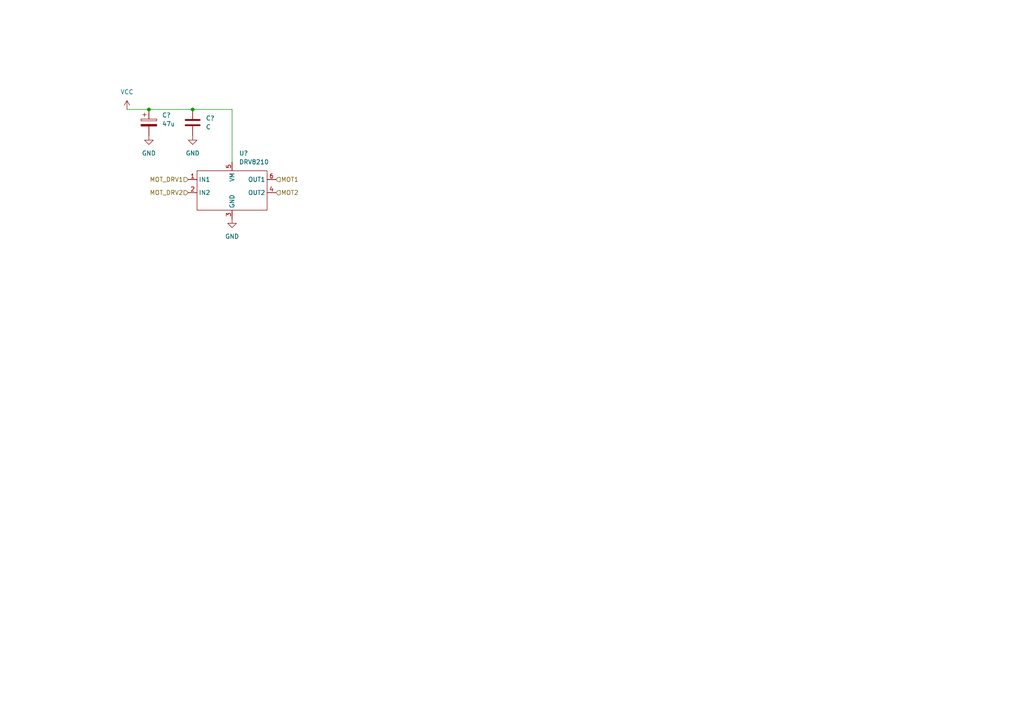
<source format=kicad_sch>
(kicad_sch (version 20211123) (generator eeschema)
  (paper "A4")
  (lib_symbols
    (symbol "Device:C" (pin_numbers hide) (pin_names (offset 0.254))
      (property "Reference" "C" (at 0.635 2.54 0))
      (property "Value" "C" (at 0.635 -2.54 0))
      (symbol "C_0_1"
        (polyline (pts (xy -2.032 -0.762) (xy 2.032 -0.762)) (stroke (width 0.508)))
        (polyline (pts (xy -2.032 0.762) (xy 2.032 0.762)) (stroke (width 0.508)))
      )
      (symbol "C_1_1"
        (pin passive line (at 0 3.81 270) (length 2.794) (name "~") (number "1"))
        (pin passive line (at 0 -3.81 90) (length 2.794) (name "~") (number "2"))
      )
    )
    (symbol "Device:C_Polarized" (pin_numbers hide) (pin_names (offset 0.254))
      (property "Reference" "C" (at 0.635 2.54 0))
      (property "Value" "C_Polarized" (at 0.635 -2.54 0))
      (symbol "C_Polarized_0_1"
        (rectangle (start -2.286 0.508) (end 2.286 1.016))
        (polyline (pts (xy -1.778 2.286) (xy -0.762 2.286)))
        (polyline (pts (xy -1.27 2.794) (xy -1.27 1.778)))
        (rectangle (start 2.286 -0.508) (end -2.286 -1.016) (fill (type outline)))
      )
      (symbol "C_Polarized_1_1"
        (pin passive line (at 0 3.81 270) (length 2.794) (name "~") (number "1"))
        (pin passive line (at 0 -3.81 90) (length 2.794) (name "~") (number "2"))
      )
    )
    (symbol "mod_drv:DRV8210"
      (property "Reference" "U" (at 3.81 3.81 0))
      (property "Value" "DRV8210" (at 0 -2.54 0))
      (symbol "DRV8210_0_1"
        (rectangle (start -10.16 2.54) (end 10.16 -8.89))
      )
      (symbol "DRV8210_1_1"
        (pin input line (at -12.7 0 0) (length 2.54) (name "IN1") (number "1"))
        (pin input line (at -12.7 -3.81 0) (length 2.54) (name "IN2") (number "2"))
        (pin power_in line (at 0 -11.43 90) (length 2.54) (name "GND") (number "3"))
        (pin power_out line (at 12.7 -3.81 180) (length 2.54) (name "OUT2") (number "4"))
        (pin power_in line (at 0 5.08 270) (length 2.54) (name "VM") (number "5"))
        (pin power_out line (at 12.7 0 180) (length 2.54) (name "OUT1") (number "6"))
      )
    )
    (symbol "power:GND" (power) (pin_names (offset 0))
      (property "Value" "GND" (at 0 -3.81 0))
      (symbol "GND_0_1"
        (polyline (pts (xy 0 0) (xy 0 -1.27) (xy 1.27 -1.27) (xy 0 -2.54) (xy -1.27 -1.27) (xy 0 -1.27)))
      )
      (symbol "GND_1_1"
        (pin power_in line (at 0 0 270) (length 0) hide (name "GND") (number "1"))
      )
    )
    (symbol "power:VCC" (power) (pin_names (offset 0))
      (property "Value" "VCC" (at 0 3.81 0))
      (symbol "VCC_0_1"
        (polyline (pts (xy -0.762 1.27) (xy 0 2.54)))
        (polyline (pts (xy 0 0) (xy 0 2.54)))
        (polyline (pts (xy 0 2.54) (xy 0.762 1.27)))
      )
      (symbol "VCC_1_1"
        (pin power_in line (at 0 0 90) (length 0) hide (name "VCC") (number "1"))
      )
    )
  )
  (junction (at 55.88 31.75))
  (junction (at 43.18 31.75))
  (wire (pts (xy 67.31 31.75) (xy 67.31 46.99)))
  (wire (pts (xy 36.83 31.75) (xy 43.18 31.75)))
  (wire (pts (xy 43.18 31.75) (xy 55.88 31.75)))
  (wire (pts (xy 55.88 31.75) (xy 67.31 31.75)))
  (hierarchical_label "MOT_DRV1" (shape input) (at 54.61 52.07 180))
  (hierarchical_label "MOT1" (shape input) (at 80.01 52.07 0))
  (hierarchical_label "MOT2" (shape input) (at 80.01 55.88 0))
  (hierarchical_label "MOT_DRV2" (shape input) (at 54.61 55.88 180))
  (symbol (lib_id "power:GND") (at 55.88 39.37 0) (unit 1)
    (property "Reference" "#PWR?" (effects hide))
    (property "Value" "GND" (at 55.88 44.45 0))
  )
  (symbol (lib_id "power:GND") (at 43.18 39.37 0) (unit 1)
    (property "Reference" "#PWR?" (effects hide))
    (property "Value" "GND" (at 43.18 44.45 0))
  )
  (symbol (lib_id "Device:C") (at 55.88 35.56 0) (unit 1)
    (property "Reference" "C?" (at 59.69 34.2899 0) (effects (justify left)))
    (property "Value" "C" (at 59.69 36.8299 0) (effects (justify left)))
  )
  (symbol (lib_id "power:GND") (at 67.31 63.5 0) (unit 1)
    (property "Reference" "#PWR?" (effects hide))
    (property "Value" "GND" (at 67.31 68.58 0))
  )
  (symbol (lib_id "Device:C_Polarized") (at 43.18 35.56 0) (unit 1)
    (property "Reference" "C?" (at 46.99 33.4009 0) (effects (justify left)))
    (property "Value" "47u" (at 46.99 35.9409 0) (effects (justify left)))
  )
  (symbol (lib_id "power:VCC") (at 36.83 31.75 0) (unit 1)
    (property "Reference" "#PWR?" (effects hide))
    (property "Value" "VCC" (at 36.83 26.67 0))
  )
  (symbol (lib_id "mod_drv:DRV8210") (at 67.31 52.07 0) (unit 1)
    (property "Reference" "U?" (at 69.3294 44.45 0) (effects (justify left)))
    (property "Value" "DRV8210" (at 69.3294 46.99 0) (effects (justify left)))
    (property "Footprint" "Package_TO_SOT_SMD:SOT-563" (effects hide))
  )
)
</source>
